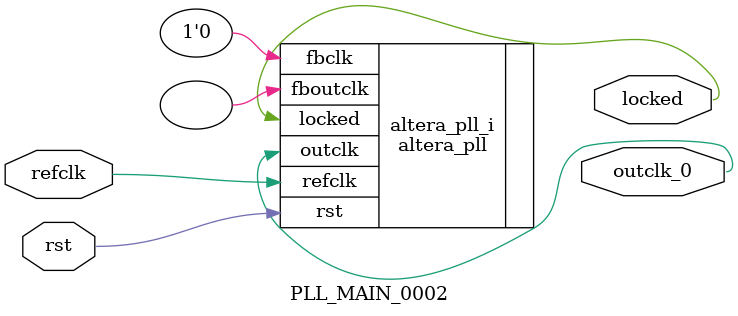
<source format=v>
`timescale 1ns/10ps
module  PLL_MAIN_0002(

	// interface 'refclk'
	input wire refclk,

	// interface 'reset'
	input wire rst,

	// interface 'outclk0'
	output wire outclk_0,

	// interface 'locked'
	output wire locked
);

	altera_pll #(
		.fractional_vco_multiplier("false"),
		.reference_clock_frequency("50.0 MHz"),
		.operation_mode("direct"),
		.number_of_clocks(1),
		.output_clock_frequency0("125.000000 MHz"),
		.phase_shift0("0 ps"),
		.duty_cycle0(50),
		.output_clock_frequency1("0 MHz"),
		.phase_shift1("0 ps"),
		.duty_cycle1(50),
		.output_clock_frequency2("0 MHz"),
		.phase_shift2("0 ps"),
		.duty_cycle2(50),
		.output_clock_frequency3("0 MHz"),
		.phase_shift3("0 ps"),
		.duty_cycle3(50),
		.output_clock_frequency4("0 MHz"),
		.phase_shift4("0 ps"),
		.duty_cycle4(50),
		.output_clock_frequency5("0 MHz"),
		.phase_shift5("0 ps"),
		.duty_cycle5(50),
		.output_clock_frequency6("0 MHz"),
		.phase_shift6("0 ps"),
		.duty_cycle6(50),
		.output_clock_frequency7("0 MHz"),
		.phase_shift7("0 ps"),
		.duty_cycle7(50),
		.output_clock_frequency8("0 MHz"),
		.phase_shift8("0 ps"),
		.duty_cycle8(50),
		.output_clock_frequency9("0 MHz"),
		.phase_shift9("0 ps"),
		.duty_cycle9(50),
		.output_clock_frequency10("0 MHz"),
		.phase_shift10("0 ps"),
		.duty_cycle10(50),
		.output_clock_frequency11("0 MHz"),
		.phase_shift11("0 ps"),
		.duty_cycle11(50),
		.output_clock_frequency12("0 MHz"),
		.phase_shift12("0 ps"),
		.duty_cycle12(50),
		.output_clock_frequency13("0 MHz"),
		.phase_shift13("0 ps"),
		.duty_cycle13(50),
		.output_clock_frequency14("0 MHz"),
		.phase_shift14("0 ps"),
		.duty_cycle14(50),
		.output_clock_frequency15("0 MHz"),
		.phase_shift15("0 ps"),
		.duty_cycle15(50),
		.output_clock_frequency16("0 MHz"),
		.phase_shift16("0 ps"),
		.duty_cycle16(50),
		.output_clock_frequency17("0 MHz"),
		.phase_shift17("0 ps"),
		.duty_cycle17(50),
		.pll_type("General"),
		.pll_subtype("General")
	) altera_pll_i (
		.rst	(rst),
		.outclk	({outclk_0}),
		.locked	(locked),
		.fboutclk	( ),
		.fbclk	(1'b0),
		.refclk	(refclk)
	);
endmodule


</source>
